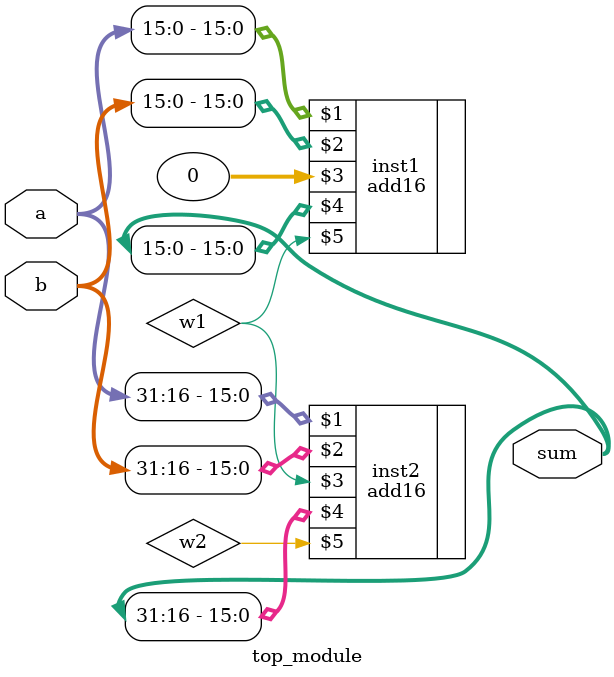
<source format=v>
/* Connect the modules together as shown in the diagram below. The provided module add16 has the following declaration:

module add16 ( input[15:0] a, input[15:0] b, input cin, output[15:0] sum, output cout ); */



module top_module(
    input [31:0] a,
    input [31:0] b,
    output [31:0] sum
);
    wire w1,w2;
    add16 inst1(a[15:0],b[15:0],0,sum[15:0],w1);
    add16 inst2(a[31:16],b[31:16],w1,sum[31:16],w2);

endmodule

</source>
